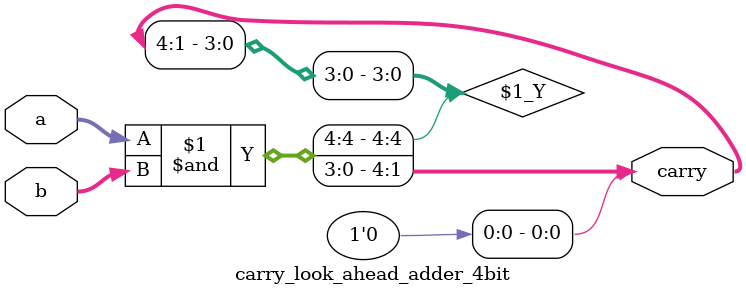
<source format=v>
module carry_look_ahead_adder_4bit(carry, a, b);
    input [3:0]a;
    input [3:0]b;
    output [4:0]carry;

    assign carry = (a & b) << 1; //a=1 b=0 c=1? 
endmodule
</source>
